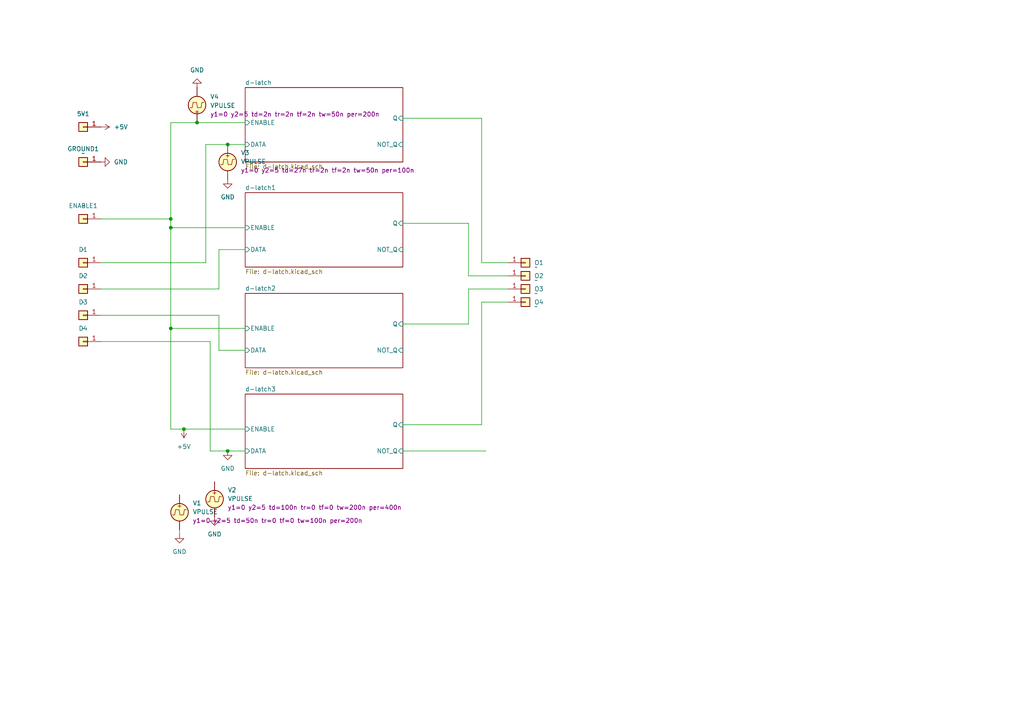
<source format=kicad_sch>
(kicad_sch (version 20231120) (generator "eeschema") (generator_version "8.0")
  (paper "A4")
  (lib_symbols
    (symbol "Connector_Generic:Conn_01x01" (pin_names (offset 1.016) hide)
      (property "Reference" "J" (at 0 2.54 0))
      (property "Value" "Conn_01x01" (at 0 -2.54 0))
      (symbol "Conn_01x01_1_1"
        (rectangle (start -1.27 0.127) (end 0 -0.127) (stroke (width 0.1524)))
        (rectangle (start -1.27 1.27) (end 1.27 -1.27) (stroke (width 0.254)) (fill (type background)))
        (pin passive line (at -5.08 0 0) (length 3.81) (name "Pin_1") (number "1"))
      )
    )
    (symbol "GND_1" (power) (pin_numbers hide) (pin_names (offset 0) hide)
      (property "Value" "GND" (at 0 -3.81 0))
      (symbol "GND_1_0_1"
        (polyline (pts (xy 0 0) (xy 0 -1.27) (xy 1.27 -1.27) (xy 0 -2.54) (xy -1.27 -1.27) (xy 0 -1.27)))
      )
      (symbol "GND_1_1_1"
        (pin power_in line (at 0 0 270) (length 0) (name "~") (number "1"))
      )
    )
    (symbol "Simulation_SPICE:VPULSE" (pin_numbers hide) (pin_names (offset 0.0254))
      (property "Reference" "V" (at 2.54 2.54 0))
      (property "Value" "VPULSE" (at 2.54 0 0))
      (property "Sim.Params" "y1=0 y2=1 td=2n tr=2n tf=2n tw=50n per=100n" (at 2.54 -2.54 0))
      (symbol "VPULSE_0_0"
        (polyline (pts (xy -2.032 -0.762) (xy -1.397 -0.762) (xy -1.143 0.762) (xy -0.127 0.762) (xy 0.127 -0.762) (xy 1.143 -0.762) (xy 1.397 0.762) (xy 2.032 0.762)))
        (text "+" (at 0 1.905 0) (effects (font (size 1.27 1.27))))
      )
      (symbol "VPULSE_0_1"
        (circle (center 0 0) (radius 2.54) (stroke (width 0.254)) (fill (type background)))
      )
      (symbol "VPULSE_1_1"
        (pin passive line (at 0 5.08 270) (length 2.54) (name "~") (number "1"))
        (pin passive line (at 0 -5.08 90) (length 2.54) (name "~") (number "2"))
      )
    )
    (symbol "power:+5V" (power) (pin_numbers hide) (pin_names (offset 0) hide)
      (property "Value" "+5V" (at 0 3.556 0))
      (symbol "+5V_0_1"
        (polyline (pts (xy -0.762 1.27) (xy 0 2.54)))
        (polyline (pts (xy 0 0) (xy 0 2.54)))
        (polyline (pts (xy 0 2.54) (xy 0.762 1.27)))
      )
      (symbol "+5V_1_1"
        (pin power_in line (at 0 0 90) (length 0) (name "~") (number "1"))
      )
    )
    (symbol "power:GND" (power) (pin_numbers hide) (pin_names (offset 0) hide)
      (property "Value" "GND" (at 0 -3.81 0))
      (symbol "GND_0_1"
        (polyline (pts (xy 0 0) (xy 0 -1.27) (xy 1.27 -1.27) (xy 0 -2.54) (xy -1.27 -1.27) (xy 0 -1.27)))
      )
      (symbol "GND_1_1"
        (pin power_in line (at 0 0 270) (length 0) (name "~") (number "1"))
      )
    )
  )
  (junction (at 57.15 35.56))
  (junction (at 49.53 66.04))
  (junction (at 66.04 130.81))
  (junction (at 49.53 63.5))
  (junction (at 49.53 95.25))
  (junction (at 53.34 124.46))
  (junction (at 66.04 41.91))
  (wire (pts (xy 139.7 76.2) (xy 147.32 76.2)))
  (wire (pts (xy 116.84 93.98) (xy 135.89 93.98)))
  (wire (pts (xy 49.53 95.25) (xy 49.53 124.46)))
  (wire (pts (xy 116.84 64.77) (xy 135.89 64.77)))
  (wire (pts (xy 49.53 124.46) (xy 53.34 124.46)))
  (wire (pts (xy 139.7 34.29) (xy 139.7 76.2)))
  (wire (pts (xy 63.5 83.82) (xy 63.5 72.39)))
  (wire (pts (xy 139.7 123.19) (xy 116.84 123.19)))
  (wire (pts (xy 60.96 99.06) (xy 60.96 130.81)))
  (wire (pts (xy 135.89 64.77) (xy 135.89 80.01)))
  (wire (pts (xy 116.84 34.29) (xy 139.7 34.29)))
  (wire (pts (xy 139.7 87.63) (xy 147.32 87.63)))
  (wire (pts (xy 57.15 35.56) (xy 71.12 35.56)))
  (wire (pts (xy 29.21 76.2) (xy 59.69 76.2)))
  (wire (pts (xy 29.21 83.82) (xy 63.5 83.82)))
  (wire (pts (xy 49.53 35.56) (xy 57.15 35.56)))
  (wire (pts (xy 59.69 41.91) (xy 66.04 41.91)))
  (wire (pts (xy 139.7 87.63) (xy 139.7 123.19)))
  (wire (pts (xy 49.53 35.56) (xy 49.53 63.5)))
  (wire (pts (xy 49.53 63.5) (xy 49.53 66.04)))
  (wire (pts (xy 29.21 99.06) (xy 60.96 99.06)))
  (wire (pts (xy 71.12 66.04) (xy 49.53 66.04)))
  (wire (pts (xy 49.53 66.04) (xy 49.53 95.25)))
  (wire (pts (xy 63.5 101.6) (xy 71.12 101.6)))
  (wire (pts (xy 66.04 130.81) (xy 71.12 130.81)))
  (wire (pts (xy 71.12 95.25) (xy 49.53 95.25)))
  (wire (pts (xy 63.5 91.44) (xy 63.5 101.6)))
  (wire (pts (xy 66.04 41.91) (xy 71.12 41.91)))
  (wire (pts (xy 53.34 124.46) (xy 71.12 124.46)))
  (wire (pts (xy 60.96 130.81) (xy 66.04 130.81)))
  (wire (pts (xy 29.21 91.44) (xy 63.5 91.44)))
  (wire (pts (xy 59.69 76.2) (xy 59.69 41.91)))
  (wire (pts (xy 116.84 130.81) (xy 140.97 130.81)))
  (wire (pts (xy 135.89 83.82) (xy 147.32 83.82)))
  (wire (pts (xy 52.07 153.67) (xy 52.07 154.94)))
  (wire (pts (xy 135.89 93.98) (xy 135.89 83.82)))
  (wire (pts (xy 63.5 72.39) (xy 71.12 72.39)))
  (wire (pts (xy 29.21 63.5) (xy 49.53 63.5)))
  (wire (pts (xy 135.89 80.01) (xy 147.32 80.01)))
  (symbol (lib_id "Simulation_SPICE:VPULSE") (at 66.04 46.99 0) (unit 1)
    (property "Reference" "V3" (at 69.85 44.3201 0) (effects (justify left)))
    (property "Value" "VPULSE" (at 69.85 46.8601 0) (effects (justify left)))
    (property "Datasheet" "https://ngspice.sourceforge.io/docs/ngspice-html-manual/manual.xhtml#sec_Independent_Sources_for" (effects (hide yes)))
    (property "Description" "Voltage source, pulse" (effects (hide yes)))
    (property "Sim.Pins" "1=+ 2=-" (effects (hide yes)))
    (property "Sim.Type" "PULSE" (effects (hide yes)))
    (property "Sim.Device" "V" (effects (hide yes)))
    (property "Sim.Params" "y1=0 y2=5 td=27n tr=2n tf=2n tw=50n per=100n" (at 69.85 49.4001 0) (effects (justify left)))
  )
  (symbol (lib_id "power:GND") (at 29.21 46.99 90) (unit 1)
    (property "Reference" "#PWR02" (effects (hide yes)))
    (property "Value" "GND" (at 33.02 46.9899 90) (effects (justify right)))
    (property "Description" "Power symbol creates a global label with name \"GND\" , ground" (effects (hide yes)))
  )
  (symbol (lib_id "Connector_Generic:Conn_01x01") (at 152.4 76.2 0) (unit 1) (exclude_from_sim yes)
    (property "Reference" "O1" (at 154.94 76.1999 0) (effects (justify left)))
    (property "Value" "~" (at 154.94 77.47 0) (effects (justify left)))
    (property "Footprint" "Connector_PinHeader_2.54mm:PinHeader_1x01_P2.54mm_Vertical" (effects (hide yes)))
  )
  (symbol (lib_id "Connector_Generic:Conn_01x01") (at 24.13 99.06 180) (unit 1) (exclude_from_sim yes)
    (property "Reference" "D4" (at 24.13 95.25 0))
    (property "Value" "~" (at 24.13 95.25 0))
    (property "Footprint" "Connector_PinHeader_2.54mm:PinHeader_1x01_P2.54mm_Vertical" (effects (hide yes)))
  )
  (symbol (lib_id "Connector_Generic:Conn_01x01") (at 152.4 80.01 0) (unit 1) (exclude_from_sim yes)
    (property "Reference" "O2" (at 154.94 80.0099 0) (effects (justify left)))
    (property "Value" "~" (at 154.94 81.28 0) (effects (justify left)))
    (property "Footprint" "Connector_PinHeader_2.54mm:PinHeader_1x01_P2.54mm_Vertical" (effects (hide yes)))
  )
  (symbol (lib_id "Connector_Generic:Conn_01x01") (at 152.4 87.63 0) (unit 1) (exclude_from_sim yes)
    (property "Reference" "O4" (at 154.94 87.6299 0) (effects (justify left)))
    (property "Value" "~" (at 154.94 88.9 0) (effects (justify left)))
    (property "Footprint" "Connector_PinHeader_2.54mm:PinHeader_1x01_P2.54mm_Vertical" (effects (hide yes)))
  )
  (symbol (lib_id "Connector_Generic:Conn_01x01") (at 24.13 83.82 180) (unit 1) (exclude_from_sim yes)
    (property "Reference" "D2" (at 24.13 80.01 0))
    (property "Value" "~" (at 24.13 80.01 0))
    (property "Footprint" "Connector_PinHeader_2.54mm:PinHeader_1x01_P2.54mm_Vertical" (effects (hide yes)))
  )
  (symbol (lib_id "Simulation_SPICE:VPULSE") (at 52.07 148.59 0) (unit 1) (on_board no)
    (property "Reference" "V1" (at 55.88 145.9201 0) (effects (justify left)))
    (property "Value" "VPULSE" (at 55.88 148.4601 0) (effects (justify left)))
    (property "Datasheet" "https://ngspice.sourceforge.io/docs/ngspice-html-manual/manual.xhtml#sec_Independent_Sources_for" (effects (hide yes)))
    (property "Description" "Voltage source, pulse" (effects (hide yes)))
    (property "Sim.Pins" "1=+ 2=-" (effects (hide yes)))
    (property "Sim.Type" "PULSE" (effects (hide yes)))
    (property "Sim.Device" "V" (effects (hide yes)))
    (property "Sim.Params" "y1=0 y2=5 td=50n tr=0 tf=0 tw=100n per=200n" (at 55.88 151.0001 0) (effects (justify left)))
  )
  (symbol (lib_name "GND_1") (lib_id "power:GND") (at 62.23 149.86 0) (unit 1) (on_board no)
    (property "Reference" "#PWR04" (effects (hide yes)))
    (property "Value" "GND" (at 62.23 154.94 0))
    (property "Description" "Power symbol creates a global label with name \"GND\" , ground" (effects (hide yes)))
  )
  (symbol (lib_id "Connector_Generic:Conn_01x01") (at 24.13 46.99 180) (unit 1) (exclude_from_sim yes)
    (property "Reference" "GROUND1" (at 24.13 43.18 0))
    (property "Value" "~" (at 24.13 44.45 0))
    (property "Footprint" "Connector_PinHeader_2.54mm:PinHeader_1x01_P2.54mm_Vertical" (effects (hide yes)))
  )
  (symbol (lib_id "power:GND") (at 66.04 130.81 0) (unit 1)
    (property "Reference" "#PWR062" (effects (hide yes)))
    (property "Value" "GND" (at 66.04 135.89 0))
    (property "Description" "Power symbol creates a global label with name \"GND\" , ground" (effects (hide yes)))
  )
  (symbol (lib_id "Connector_Generic:Conn_01x01") (at 24.13 91.44 180) (unit 1) (exclude_from_sim yes)
    (property "Reference" "D3" (at 24.13 87.63 0))
    (property "Value" "~" (at 24.13 87.63 0))
    (property "Footprint" "Connector_PinHeader_2.54mm:PinHeader_1x01_P2.54mm_Vertical" (effects (hide yes)))
  )
  (symbol (lib_name "GND_1") (lib_id "power:GND") (at 52.07 154.94 0) (unit 1) (on_board no)
    (property "Reference" "#PWR03" (effects (hide yes)))
    (property "Value" "GND" (at 52.07 160.02 0))
    (property "Description" "Power symbol creates a global label with name \"GND\" , ground" (effects (hide yes)))
  )
  (symbol (lib_id "power:GND") (at 66.04 52.07 0) (unit 1)
    (property "Reference" "#PWR06" (effects (hide yes)))
    (property "Value" "GND" (at 66.04 57.15 0))
    (property "Description" "Power symbol creates a global label with name \"GND\" , ground" (effects (hide yes)))
  )
  (symbol (lib_id "Connector_Generic:Conn_01x01") (at 24.13 36.83 180) (unit 1) (exclude_from_sim yes)
    (property "Reference" "5V1" (at 24.13 33.02 0))
    (property "Value" "~" (at 24.13 33.02 0))
    (property "Footprint" "Connector_PinHeader_2.54mm:PinHeader_1x01_P2.54mm_Vertical" (effects (hide yes)))
  )
  (symbol (lib_id "Simulation_SPICE:VPULSE") (at 62.23 144.78 0) (unit 1) (on_board no)
    (property "Reference" "V2" (at 66.04 142.1101 0) (effects (justify left)))
    (property "Value" "VPULSE" (at 66.04 144.6501 0) (effects (justify left)))
    (property "Datasheet" "https://ngspice.sourceforge.io/docs/ngspice-html-manual/manual.xhtml#sec_Independent_Sources_for" (effects (hide yes)))
    (property "Description" "Voltage source, pulse" (effects (hide yes)))
    (property "Sim.Pins" "1=+ 2=-" (effects (hide yes)))
    (property "Sim.Type" "PULSE" (effects (hide yes)))
    (property "Sim.Device" "V" (effects (hide yes)))
    (property "Sim.Params" "y1=0 y2=5 td=100n tr=0 tf=0 tw=200n per=400n" (at 66.04 147.1901 0) (effects (justify left)))
  )
  (symbol (lib_id "Connector_Generic:Conn_01x01") (at 24.13 63.5 180) (unit 1) (exclude_from_sim yes)
    (property "Reference" "ENABLE1" (at 24.13 59.69 0))
    (property "Value" "~" (at 24.13 59.69 0))
    (property "Footprint" "Connector_PinHeader_2.54mm:PinHeader_1x01_P2.54mm_Vertical" (effects (hide yes)))
  )
  (symbol (lib_id "power:+5V") (at 29.21 36.83 270) (unit 1)
    (property "Reference" "#PWR01" (effects (hide yes)))
    (property "Value" "+5V" (at 33.02 36.8299 90) (effects (justify left)))
    (property "Description" "Power symbol creates a global label with name \"+5V\"" (effects (hide yes)))
  )
  (symbol (lib_id "Simulation_SPICE:VPULSE") (at 57.15 30.48 180) (unit 1)
    (property "Reference" "V4" (at 60.96 28.0697 0) (effects (justify right)))
    (property "Value" "VPULSE" (at 60.96 30.6097 0) (effects (justify right)))
    (property "Datasheet" "https://ngspice.sourceforge.io/docs/ngspice-html-manual/manual.xhtml#sec_Independent_Sources_for" (effects (hide yes)))
    (property "Description" "Voltage source, pulse" (effects (hide yes)))
    (property "Sim.Pins" "1=+ 2=-" (effects (hide yes)))
    (property "Sim.Type" "PULSE" (effects (hide yes)))
    (property "Sim.Device" "V" (effects (hide yes)))
    (property "Sim.Params" "y1=0 y2=5 td=2n tr=2n tf=2n tw=50n per=200n" (at 60.96 33.1497 0) (effects (justify right)))
  )
  (symbol (lib_id "Connector_Generic:Conn_01x01") (at 24.13 76.2 180) (unit 1) (exclude_from_sim yes)
    (property "Reference" "D1" (at 24.13 72.39 0))
    (property "Value" "~" (at 24.13 72.39 0))
    (property "Footprint" "Connector_PinHeader_2.54mm:PinHeader_1x01_P2.54mm_Vertical" (effects (hide yes)))
  )
  (symbol (lib_id "Connector_Generic:Conn_01x01") (at 152.4 83.82 0) (unit 1) (exclude_from_sim yes)
    (property "Reference" "O3" (at 154.94 83.8199 0) (effects (justify left)))
    (property "Value" "~" (at 154.94 85.09 0) (effects (justify left)))
    (property "Footprint" "Connector_PinHeader_2.54mm:PinHeader_1x01_P2.54mm_Vertical" (effects (hide yes)))
  )
  (symbol (lib_id "power:GND") (at 57.15 25.4 180) (unit 1)
    (property "Reference" "#PWR05" (effects (hide yes)))
    (property "Value" "GND" (at 57.15 20.32 0))
    (property "Description" "Power symbol creates a global label with name \"GND\" , ground" (effects (hide yes)))
  )
  (symbol (lib_id "power:+5V") (at 53.34 124.46 180) (unit 1)
    (property "Reference" "#PWR061" (effects (hide yes)))
    (property "Value" "+5V" (at 53.34 129.54 0))
    (property "Description" "Power symbol creates a global label with name \"+5V\"" (effects (hide yes)))
  )
  (sheet (at 71.12 55.88) (size 45.72 21.59) (stroke (width 0.1524))
    (property "Sheetname" "d-latch1" (at 71.12 55.1684 0) (effects (justify left bottom)))
    (property "Sheetfile" "d-latch.kicad_sch" (at 71.12 78.0546 0) (effects (justify left top)))
    (pin "ENABLE" input (at 71.12 66.04 180))
    (pin "DATA" input (at 71.12 72.39 180))
    (pin "Q" input (at 116.84 64.77 0))
    (pin "NOT_Q" input (at 116.84 72.39 0))
  )
  (sheet (at 71.12 25.4) (size 45.72 21.59) (stroke (width 0.1524))
    (property "Sheetname" "d-latch" (at 71.12 24.6884 0) (effects (justify left bottom)))
    (property "Sheetfile" "d-latch.kicad_sch" (at 71.12 47.5746 0) (effects (justify left top)))
    (pin "ENABLE" input (at 71.12 35.56 180))
    (pin "DATA" input (at 71.12 41.91 180))
    (pin "Q" input (at 116.84 34.29 0))
    (pin "NOT_Q" input (at 116.84 41.91 0))
  )
  (sheet (at 71.12 114.3) (size 45.72 21.59) (stroke (width 0.1524))
    (property "Sheetname" "d-latch3" (at 71.12 113.5884 0) (effects (justify left bottom)))
    (property "Sheetfile" "d-latch.kicad_sch" (at 71.12 136.4746 0) (effects (justify left top)))
    (pin "ENABLE" input (at 71.12 124.46 180))
    (pin "DATA" input (at 71.12 130.81 180))
    (pin "Q" input (at 116.84 123.19 0))
    (pin "NOT_Q" input (at 116.84 130.81 0))
  )
  (sheet (at 71.12 85.09) (size 45.72 21.59) (stroke (width 0.1524))
    (property "Sheetname" "d-latch2" (at 71.12 84.3784 0) (effects (justify left bottom)))
    (property "Sheetfile" "d-latch.kicad_sch" (at 71.12 107.2646 0) (effects (justify left top)))
    (pin "ENABLE" input (at 71.12 95.25 180))
    (pin "DATA" input (at 71.12 101.6 180))
    (pin "Q" input (at 116.84 93.98 0))
    (pin "NOT_Q" input (at 116.84 101.6 0))
  )
)
</source>
